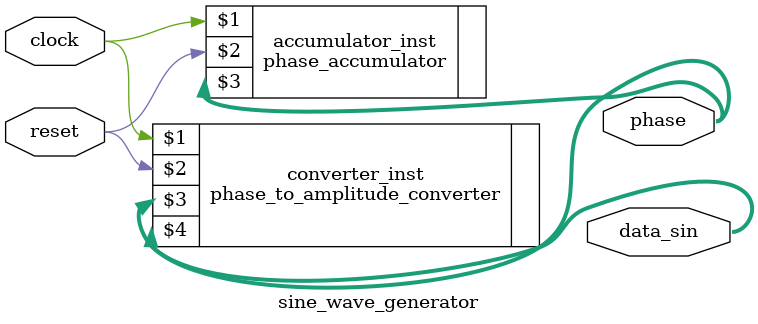
<source format=v>
`timescale 1ns / 1ps

module sine_wave_generator( 
    // TOP LEVEL MODULE 
    clock,     // clock @ 1MHz
    reset,     // reset signal
    phase,     // phase accumulator
    data_sin   // output sine wave values
    );    
    
    input   clock,
            reset;
    
    output [9:0] data_sin;
    
    output [9:0] phase; // 10 bit phase register from the phase accumulator
    
    phase_accumulator            accumulator_inst (clock, reset, phase);
    phase_to_amplitude_converter converter_inst   (clock, reset, phase, data_sin);
endmodule

</source>
